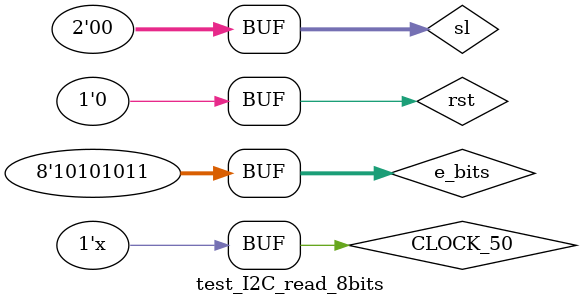
<source format=v>
module test_I2C_read_8bits();
  reg [7:0]e_bits;
  wire SDA;
  wire SCL;
  wire clk;
  wire [7:0]data_wr;
  wire [7:0]data_rd;
  reg rst;
  reg CLOCK_50;
  reg [1:0]sl;
  initial begin
    e_bits = 8'b10101011;
    rst = 1;
    sl = 2'b00;
    CLOCK_50 = 1;
    #100 rst = 0;
  end
  always begin
    #50 CLOCK_50 = ~CLOCK_50;
  end
  xung x1(.CLOCK_50(CLOCK_50), .clk(clk), .rst(rst), .sl(sl));
  I2C_master m1(.clk(clk), .rst(rst), .e_bits(e_bits), .data_rd(data_rd), .SCL(SCL), .SDA(SDA));
  I2C_slave s1(.SDA(SDA), .SCL(SCL), .data_wr(data_wr));
endmodule
  
</source>
